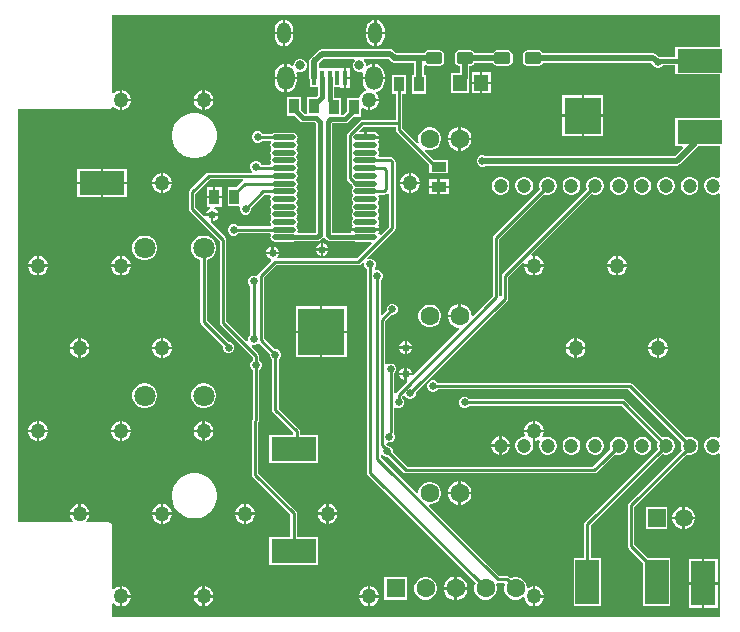
<source format=gbr>
%TF.GenerationSoftware,Altium Limited,Altium Designer,21.6.1 (37)*%
G04 Layer_Physical_Order=2*
G04 Layer_Color=16711680*
%FSLAX43Y43*%
%MOMM*%
%TF.SameCoordinates,1F06128E-DADF-4999-8CD8-60C71D9D28CE*%
%TF.FilePolarity,Positive*%
%TF.FileFunction,Copper,L2,Bot,Signal*%
%TF.Part,Single*%
G01*
G75*
%TA.AperFunction,SMDPad,CuDef*%
%ADD11R,3.100X3.100*%
%ADD13R,1.200X1.400*%
%ADD15R,0.850X1.300*%
%ADD19R,3.930X3.930*%
%ADD20R,1.300X0.850*%
%TA.AperFunction,Conductor*%
%ADD21C,0.254*%
%ADD22C,0.500*%
%TA.AperFunction,ComponentPad*%
%ADD24C,1.200*%
%ADD25C,1.600*%
%ADD26R,1.600X1.600*%
%ADD27R,1.500X1.500*%
%ADD28C,1.500*%
%ADD29C,0.800*%
%ADD30O,1.150X1.800*%
%ADD31O,1.450X2.000*%
%ADD32C,1.800*%
%TA.AperFunction,ViaPad*%
%ADD33C,0.650*%
%ADD34C,0.750*%
%ADD35C,1.270*%
%TA.AperFunction,SMDPad,CuDef*%
%ADD36R,2.030X3.800*%
%ADD37R,3.800X2.030*%
G04:AMPARAMS|DCode=38|XSize=1.4mm|YSize=1mm|CornerRadius=0.2mm|HoleSize=0mm|Usage=FLASHONLY|Rotation=0.000|XOffset=0mm|YOffset=0mm|HoleType=Round|Shape=RoundedRectangle|*
%AMROUNDEDRECTD38*
21,1,1.400,0.600,0,0,0.0*
21,1,1.000,1.000,0,0,0.0*
1,1,0.400,0.500,-0.300*
1,1,0.400,-0.500,-0.300*
1,1,0.400,-0.500,0.300*
1,1,0.400,0.500,0.300*
%
%ADD38ROUNDEDRECTD38*%
%ADD39R,0.450X1.300*%
%ADD40O,2.000X0.450*%
%TA.AperFunction,Conductor*%
%ADD41C,0.381*%
G36*
X59690Y48515D02*
X55950D01*
Y47697D01*
X54723D01*
X54600Y47673D01*
X54595Y47675D01*
X54561D01*
X54373Y47863D01*
X54241Y47952D01*
X54084Y47983D01*
X54084Y47983D01*
X44740D01*
X44735Y48012D01*
X44657Y48127D01*
X44542Y48205D01*
X44405Y48232D01*
X43405D01*
X43268Y48205D01*
X43153Y48127D01*
X43075Y48012D01*
X43048Y47875D01*
Y47275D01*
X43075Y47138D01*
X43153Y47023D01*
X43268Y46945D01*
X43405Y46918D01*
X44405D01*
X44542Y46945D01*
X44657Y47023D01*
X44735Y47138D01*
X44740Y47167D01*
X53916D01*
X54059Y47024D01*
X54097Y46931D01*
X54231Y46797D01*
X54406Y46725D01*
X54595D01*
X54769Y46797D01*
X54903Y46931D01*
X54933Y47003D01*
X55950D01*
Y46185D01*
X59690D01*
Y42465D01*
X55950D01*
Y40135D01*
X56547D01*
X56605Y39996D01*
X55878Y39270D01*
X39866D01*
X39703Y39337D01*
X39515D01*
X39340Y39265D01*
X39206Y39131D01*
X39134Y38956D01*
Y38768D01*
X39206Y38593D01*
X39340Y38459D01*
X39515Y38387D01*
X39703D01*
X39866Y38454D01*
X56047D01*
X56047Y38454D01*
X56203Y38485D01*
X56335Y38574D01*
X57888Y40127D01*
X57888Y40127D01*
X57894Y40135D01*
X59690D01*
Y37479D01*
X59540Y37396D01*
X59439Y37454D01*
X59249Y37505D01*
X59051D01*
X58861Y37454D01*
X58689Y37355D01*
X58550Y37216D01*
X58451Y37044D01*
X58400Y36854D01*
Y36656D01*
X58451Y36466D01*
X58550Y36294D01*
X58689Y36155D01*
X58861Y36056D01*
X59051Y36005D01*
X59249D01*
X59439Y36056D01*
X59540Y36114D01*
X59690Y36031D01*
Y15479D01*
X59540Y15396D01*
X59439Y15454D01*
X59249Y15505D01*
X59051D01*
X58861Y15454D01*
X58689Y15355D01*
X58550Y15216D01*
X58451Y15044D01*
X58400Y14854D01*
Y14656D01*
X58451Y14466D01*
X58550Y14294D01*
X58689Y14155D01*
X58861Y14056D01*
X59051Y14005D01*
X59249D01*
X59439Y14056D01*
X59540Y14114D01*
X59690Y14031D01*
Y255D01*
X8255D01*
Y1352D01*
X8405Y1414D01*
X8487Y1332D01*
X8678Y1222D01*
X8890Y1165D01*
X8900D01*
Y2000D01*
Y2835D01*
X8890D01*
X8678Y2778D01*
X8487Y2668D01*
X8405Y2586D01*
X8255Y2648D01*
Y8000D01*
X8235Y8098D01*
X8180Y8180D01*
X8098Y8235D01*
X8000Y8255D01*
X6148D01*
X6086Y8405D01*
X6168Y8487D01*
X6278Y8678D01*
X6335Y8890D01*
Y8900D01*
X4665D01*
Y8890D01*
X4722Y8678D01*
X4832Y8487D01*
X4914Y8405D01*
X4852Y8255D01*
X255D01*
Y43245D01*
X8000D01*
X8098Y43265D01*
X8180Y43320D01*
X8224Y43385D01*
X8283Y43410D01*
X8393Y43426D01*
X8487Y43332D01*
X8678Y43222D01*
X8890Y43165D01*
X8900D01*
Y44000D01*
Y44835D01*
X8890D01*
X8678Y44778D01*
X8487Y44668D01*
X8405Y44586D01*
X8255Y44648D01*
Y51245D01*
X59690D01*
Y48515D01*
D02*
G37*
%LPC*%
G36*
X30650Y50794D02*
Y49800D01*
X31332D01*
Y50025D01*
X31305Y50227D01*
X31227Y50416D01*
X31103Y50578D01*
X30941Y50702D01*
X30752Y50780D01*
X30650Y50794D01*
D02*
G37*
G36*
X30450D02*
X30348Y50780D01*
X30159Y50702D01*
X29997Y50578D01*
X29873Y50416D01*
X29795Y50227D01*
X29768Y50025D01*
Y49800D01*
X30450D01*
Y50794D01*
D02*
G37*
G36*
X22900D02*
Y49800D01*
X23582D01*
Y50025D01*
X23555Y50227D01*
X23477Y50416D01*
X23353Y50578D01*
X23191Y50702D01*
X23002Y50780D01*
X22900Y50794D01*
D02*
G37*
G36*
X22700D02*
X22598Y50780D01*
X22409Y50702D01*
X22247Y50578D01*
X22123Y50416D01*
X22045Y50227D01*
X22018Y50025D01*
Y49800D01*
X22700D01*
Y50794D01*
D02*
G37*
G36*
X31332Y49600D02*
X30650D01*
Y48606D01*
X30752Y48620D01*
X30941Y48698D01*
X31103Y48822D01*
X31227Y48984D01*
X31305Y49173D01*
X31332Y49375D01*
Y49600D01*
D02*
G37*
G36*
X30450D02*
X29768D01*
Y49375D01*
X29795Y49173D01*
X29873Y48984D01*
X29997Y48822D01*
X30159Y48698D01*
X30348Y48620D01*
X30450Y48606D01*
Y49600D01*
D02*
G37*
G36*
X23582D02*
X22900D01*
Y48606D01*
X23002Y48620D01*
X23191Y48698D01*
X23353Y48822D01*
X23477Y48984D01*
X23555Y49173D01*
X23582Y49375D01*
Y49600D01*
D02*
G37*
G36*
X22700D02*
X22018D01*
Y49375D01*
X22045Y49173D01*
X22123Y48984D01*
X22247Y48822D01*
X22409Y48698D01*
X22598Y48620D01*
X22700Y48606D01*
Y49600D01*
D02*
G37*
G36*
X31819Y48326D02*
X31819Y48326D01*
X25993D01*
X25993Y48326D01*
X25837Y48295D01*
X25705Y48206D01*
X25705Y48206D01*
X25087Y47588D01*
X24998Y47456D01*
X24967Y47300D01*
X24967Y47300D01*
Y45900D01*
X24998Y45744D01*
X25000Y45741D01*
Y45100D01*
X25687D01*
Y44426D01*
X25563Y44302D01*
X25551Y44300D01*
X24775D01*
Y42849D01*
X24567D01*
X24225Y43191D01*
Y44300D01*
X23075D01*
Y42700D01*
X23734D01*
X24178Y42256D01*
X24290Y42181D01*
X24423Y42155D01*
X25405D01*
X25517Y42043D01*
Y34762D01*
X25517Y34762D01*
Y32767D01*
X25497Y32747D01*
X24004D01*
X23924Y32897D01*
X23928Y32904D01*
X23957Y33050D01*
X23928Y33196D01*
X23878Y33271D01*
X23857Y33375D01*
X23878Y33479D01*
X23928Y33554D01*
X23957Y33700D01*
X23928Y33846D01*
X23878Y33921D01*
X23857Y34025D01*
X23878Y34129D01*
X23928Y34204D01*
X23957Y34350D01*
X23928Y34496D01*
X23878Y34571D01*
X23857Y34675D01*
X23878Y34779D01*
X23928Y34854D01*
X23957Y35000D01*
X23928Y35146D01*
X23878Y35221D01*
X23857Y35325D01*
X23878Y35429D01*
X23928Y35504D01*
X23957Y35650D01*
X23928Y35796D01*
X23878Y35871D01*
X23857Y35975D01*
X23878Y36079D01*
X23928Y36154D01*
X23957Y36300D01*
X23928Y36446D01*
X23878Y36521D01*
X23857Y36625D01*
X23878Y36729D01*
X23928Y36804D01*
X23957Y36950D01*
X23928Y37096D01*
X23878Y37171D01*
X23857Y37275D01*
X23878Y37379D01*
X23928Y37454D01*
X23957Y37600D01*
X23928Y37746D01*
X23878Y37821D01*
X23857Y37925D01*
X23878Y38029D01*
X23928Y38104D01*
X23957Y38250D01*
X23928Y38396D01*
X23878Y38471D01*
X23857Y38575D01*
X23878Y38679D01*
X23928Y38754D01*
X23957Y38900D01*
X23928Y39046D01*
X23878Y39121D01*
X23857Y39225D01*
X23878Y39329D01*
X23928Y39404D01*
X23957Y39550D01*
X23928Y39696D01*
X23878Y39771D01*
X23857Y39875D01*
X23878Y39979D01*
X23928Y40054D01*
X23957Y40200D01*
X23928Y40346D01*
X23878Y40421D01*
X23857Y40525D01*
X23878Y40629D01*
X23928Y40704D01*
X23957Y40850D01*
X23928Y40996D01*
X23845Y41120D01*
X23721Y41203D01*
X23575Y41232D01*
X22025D01*
X21879Y41203D01*
X21806Y41154D01*
X20980D01*
X20977Y41163D01*
X20843Y41297D01*
X20668Y41369D01*
X20480D01*
X20305Y41297D01*
X20171Y41163D01*
X20099Y40988D01*
Y40800D01*
X20171Y40625D01*
X20305Y40491D01*
X20480Y40419D01*
X20668D01*
X20843Y40491D01*
X20941Y40590D01*
X21668D01*
X21697Y40549D01*
X21729Y40455D01*
X21722Y40421D01*
X21672Y40346D01*
X21643Y40200D01*
X21672Y40054D01*
X21722Y39979D01*
X21743Y39875D01*
X21722Y39771D01*
X21672Y39696D01*
X21643Y39550D01*
X21672Y39404D01*
X21722Y39329D01*
X21743Y39225D01*
X21722Y39121D01*
X21672Y39046D01*
X21643Y38900D01*
X21672Y38754D01*
X21719Y38682D01*
X21651Y38532D01*
X20896D01*
X20849Y38647D01*
X20716Y38780D01*
X20541Y38852D01*
X20352D01*
X20177Y38780D01*
X20044Y38647D01*
X19972Y38472D01*
Y38283D01*
X20044Y38108D01*
X20120Y38032D01*
X20058Y37882D01*
X16429D01*
X16429Y37882D01*
X16321Y37861D01*
X16229Y37800D01*
X14828Y36398D01*
X14766Y36307D01*
X14745Y36199D01*
X14745Y36199D01*
Y34821D01*
X14745Y34821D01*
X14766Y34713D01*
X14828Y34621D01*
X17371Y32078D01*
Y25152D01*
X17371Y25152D01*
X17392Y25044D01*
X17453Y24953D01*
X20164Y22242D01*
Y21979D01*
X20044Y21859D01*
X19972Y21684D01*
Y21496D01*
X20044Y21321D01*
X20164Y21201D01*
Y17060D01*
X20142Y17037D01*
X20080Y16946D01*
X20059Y16838D01*
X20059Y16838D01*
Y12298D01*
X20059Y12298D01*
X20080Y12190D01*
X20142Y12098D01*
X23340Y8900D01*
Y7007D01*
X21572D01*
Y4677D01*
X25672D01*
Y7007D01*
X23904D01*
Y9017D01*
X23904Y9017D01*
X23883Y9125D01*
X23822Y9217D01*
X20624Y12415D01*
Y16721D01*
X20646Y16743D01*
X20707Y16835D01*
X20729Y16943D01*
Y21201D01*
X20849Y21321D01*
X20922Y21496D01*
Y21684D01*
X20849Y21859D01*
X20729Y21979D01*
Y22359D01*
X20729Y22359D01*
X20707Y22467D01*
X20646Y22559D01*
X20059Y23146D01*
X20124Y23260D01*
X20140Y23277D01*
X20322D01*
X20497Y23350D01*
X20631Y23483D01*
X20648Y23487D01*
X21612Y22523D01*
Y22353D01*
X21684Y22178D01*
X21804Y22058D01*
Y17763D01*
X21804Y17763D01*
X21826Y17655D01*
X21887Y17564D01*
X23594Y15857D01*
Y15643D01*
X21572D01*
Y13313D01*
X25672D01*
Y15643D01*
X24158D01*
Y15974D01*
X24158Y15974D01*
X24137Y16082D01*
X24076Y16174D01*
X22369Y17880D01*
Y22058D01*
X22489Y22178D01*
X22562Y22353D01*
Y22542D01*
X22489Y22716D01*
X22356Y22850D01*
X22181Y22922D01*
X22011D01*
X21112Y23821D01*
Y29004D01*
X22148Y30040D01*
X29107D01*
X29107Y30040D01*
X29215Y30061D01*
X29307Y30123D01*
X29521Y30337D01*
X29648Y30252D01*
X29624Y30193D01*
Y30005D01*
X29696Y29830D01*
X29817Y29710D01*
Y12446D01*
X29817Y12446D01*
X29838Y12338D01*
X29899Y12246D01*
X39036Y3109D01*
X38993Y3034D01*
X38928Y2792D01*
Y2542D01*
X38993Y2300D01*
X39118Y2084D01*
X39295Y1907D01*
X39511Y1782D01*
X39753Y1717D01*
X40003D01*
X40245Y1782D01*
X40461Y1907D01*
X40638Y2084D01*
X40763Y2300D01*
X40828Y2542D01*
Y2792D01*
X40763Y3034D01*
X40760Y3040D01*
X40776Y3072D01*
X40863Y3161D01*
X40934Y3147D01*
X41425D01*
X41469Y3101D01*
X41523Y2997D01*
X41468Y2792D01*
Y2542D01*
X41533Y2300D01*
X41658Y2084D01*
X41835Y1907D01*
X42051Y1782D01*
X42293Y1717D01*
X42543D01*
X42785Y1782D01*
X43001Y1907D01*
X43031Y1937D01*
X43172Y1865D01*
X43222Y1678D01*
X43332Y1487D01*
X43487Y1332D01*
X43678Y1222D01*
X43890Y1165D01*
X43900D01*
Y2000D01*
Y2835D01*
X43890D01*
X43678Y2778D01*
X43518Y2686D01*
X43368Y2740D01*
Y2792D01*
X43303Y3034D01*
X43178Y3250D01*
X43001Y3427D01*
X42785Y3552D01*
X42543Y3617D01*
X42293D01*
X42051Y3552D01*
X41976Y3509D01*
X41856Y3629D01*
X41764Y3690D01*
X41656Y3711D01*
X41656Y3711D01*
X41051D01*
X35116Y9646D01*
X35178Y9796D01*
X35265D01*
X35507Y9861D01*
X35723Y9986D01*
X35900Y10163D01*
X36025Y10380D01*
X36090Y10621D01*
Y10871D01*
X36025Y11113D01*
X35900Y11330D01*
X35723Y11506D01*
X35507Y11631D01*
X35265Y11696D01*
X35015D01*
X34773Y11631D01*
X34557Y11506D01*
X34380Y11330D01*
X34255Y11113D01*
X34190Y10871D01*
Y10785D01*
X34040Y10723D01*
X30983Y13779D01*
Y13963D01*
X31127Y13994D01*
X31133Y13994D01*
X31266Y13861D01*
X31441Y13789D01*
X31611D01*
X32899Y12500D01*
X32991Y12439D01*
X33099Y12418D01*
X33099Y12418D01*
X49095D01*
X49095Y12418D01*
X49203Y12439D01*
X49295Y12500D01*
X49984Y13189D01*
X49984Y13189D01*
X50854Y14060D01*
X50861Y14056D01*
X51051Y14005D01*
X51249D01*
X51439Y14056D01*
X51611Y14155D01*
X51750Y14294D01*
X51849Y14466D01*
X51900Y14656D01*
Y14854D01*
X51849Y15044D01*
X51750Y15216D01*
X51611Y15355D01*
X51439Y15454D01*
X51249Y15505D01*
X51051D01*
X50861Y15454D01*
X50689Y15355D01*
X50550Y15216D01*
X50451Y15044D01*
X50400Y14854D01*
Y14656D01*
X50451Y14466D01*
X50455Y14459D01*
X49584Y13589D01*
X49584Y13589D01*
X48978Y12982D01*
X33216D01*
X32010Y14189D01*
Y14359D01*
X31938Y14533D01*
X31804Y14667D01*
X31629Y14739D01*
X31580D01*
X31475Y14851D01*
X31481Y14917D01*
X31613Y15025D01*
X31801D01*
X31976Y15097D01*
X32110Y15231D01*
X32182Y15406D01*
Y15594D01*
X32110Y15769D01*
X32089Y15790D01*
X32094Y15797D01*
X32115Y15905D01*
Y17944D01*
X32265Y18003D01*
X32418Y17940D01*
X32606D01*
X32781Y18012D01*
X32915Y18146D01*
X32987Y18321D01*
Y18509D01*
X32915Y18684D01*
X32814Y18785D01*
X32817Y18945D01*
X32908Y19026D01*
X33062Y18993D01*
X33097Y18908D01*
X33231Y18774D01*
X33406Y18702D01*
X33595D01*
X33769Y18774D01*
X33903Y18908D01*
X33975Y19083D01*
Y19253D01*
X41706Y26983D01*
X41706Y26983D01*
X41767Y27075D01*
X41788Y27183D01*
X41788Y27183D01*
Y28994D01*
X43048Y30254D01*
X43183Y30176D01*
X43165Y30110D01*
Y30100D01*
X43900D01*
Y30835D01*
X43890D01*
X43824Y30817D01*
X43746Y30952D01*
X48854Y36060D01*
X48861Y36056D01*
X49051Y36005D01*
X49249D01*
X49439Y36056D01*
X49611Y36155D01*
X49750Y36294D01*
X49849Y36466D01*
X49900Y36656D01*
Y36854D01*
X49849Y37044D01*
X49750Y37216D01*
X49611Y37355D01*
X49439Y37454D01*
X49249Y37505D01*
X49051D01*
X48861Y37454D01*
X48689Y37355D01*
X48550Y37216D01*
X48451Y37044D01*
X48400Y36854D01*
Y36656D01*
X48451Y36466D01*
X48455Y36459D01*
X41306Y29311D01*
X41245Y29219D01*
X41224Y29111D01*
X41224Y29111D01*
Y27417D01*
X41198Y27387D01*
X41119Y27406D01*
X41048Y27470D01*
Y32254D01*
X44854Y36060D01*
X44861Y36056D01*
X45051Y36005D01*
X45249D01*
X45439Y36056D01*
X45611Y36155D01*
X45750Y36294D01*
X45849Y36466D01*
X45900Y36656D01*
Y36854D01*
X45849Y37044D01*
X45750Y37216D01*
X45611Y37355D01*
X45439Y37454D01*
X45249Y37505D01*
X45051D01*
X44861Y37454D01*
X44689Y37355D01*
X44550Y37216D01*
X44451Y37044D01*
X44400Y36854D01*
Y36656D01*
X44451Y36466D01*
X44455Y36459D01*
X40566Y32570D01*
X40505Y32479D01*
X40483Y32371D01*
X40483Y32371D01*
Y27426D01*
X38819Y25761D01*
X38680Y25819D01*
Y25878D01*
X38612Y26132D01*
X38480Y26360D01*
X38294Y26546D01*
X38066Y26678D01*
X37812Y26746D01*
X37780D01*
Y25746D01*
X37680D01*
Y25646D01*
X36680D01*
Y25615D01*
X36748Y25360D01*
X36880Y25132D01*
X37066Y24946D01*
X37294Y24814D01*
X37548Y24746D01*
X37608D01*
X37665Y24608D01*
X33763Y20705D01*
X33754Y20707D01*
X33695Y20740D01*
X33199D01*
Y20244D01*
X33232Y20185D01*
X33234Y20176D01*
X32312Y19255D01*
X32265Y19185D01*
X32176Y19189D01*
X32115Y19210D01*
Y20840D01*
X32236Y20960D01*
X32308Y21135D01*
Y21324D01*
X32236Y21498D01*
X32102Y21632D01*
X31927Y21704D01*
X31739D01*
X31564Y21632D01*
X31537Y21605D01*
X31387Y21668D01*
Y25302D01*
X31899Y25814D01*
X32069D01*
X32244Y25886D01*
X32378Y26020D01*
X32450Y26195D01*
Y26383D01*
X32378Y26558D01*
X32244Y26692D01*
X32069Y26764D01*
X31881D01*
X31706Y26692D01*
X31572Y26558D01*
X31500Y26383D01*
Y26213D01*
X31122Y25835D01*
X30983Y25893D01*
Y28746D01*
X31104Y28866D01*
X31176Y29041D01*
Y29229D01*
X31104Y29404D01*
X30970Y29538D01*
X30795Y29610D01*
X30607D01*
X30479Y29720D01*
X30471Y29800D01*
X30502Y29830D01*
X30574Y30005D01*
Y30193D01*
X30502Y30368D01*
X30368Y30502D01*
X30193Y30574D01*
X30005D01*
X29946Y30550D01*
X29861Y30677D01*
X32175Y32990D01*
X32236Y33082D01*
X32257Y33190D01*
X32257Y33190D01*
Y38751D01*
X32236Y38859D01*
X32175Y38951D01*
X32175Y38951D01*
X32026Y39100D01*
X31934Y39161D01*
X31826Y39182D01*
X31826Y39182D01*
X30849D01*
X30781Y39332D01*
X30828Y39404D01*
X30857Y39550D01*
X30828Y39696D01*
X30745Y39820D01*
Y39930D01*
X30828Y40054D01*
X30857Y40200D01*
X30828Y40346D01*
X30745Y40470D01*
X30820Y40601D01*
X30875Y40684D01*
X30888Y40750D01*
X29700D01*
Y40850D01*
X29600D01*
Y41283D01*
X29244D01*
X29186Y41422D01*
X29525Y41760D01*
X32269D01*
Y41502D01*
X32269Y41502D01*
X32290Y41394D01*
X32351Y41302D01*
X35100Y38553D01*
Y37802D01*
X36700D01*
Y38952D01*
X35500D01*
X34737Y39716D01*
X34814Y39850D01*
X35015Y39796D01*
X35265D01*
X35507Y39861D01*
X35723Y39986D01*
X35900Y40163D01*
X36025Y40380D01*
X36090Y40621D01*
Y40871D01*
X36025Y41113D01*
X35900Y41330D01*
X35723Y41506D01*
X35507Y41631D01*
X35265Y41696D01*
X35015D01*
X34773Y41631D01*
X34557Y41506D01*
X34380Y41330D01*
X34255Y41113D01*
X34190Y40871D01*
Y40621D01*
X34244Y40420D01*
X34109Y40343D01*
X32833Y41619D01*
Y42043D01*
Y44539D01*
X33126D01*
Y46139D01*
X31976D01*
Y44539D01*
X32269D01*
Y42325D01*
X29408D01*
X29299Y42303D01*
X29208Y42242D01*
X29208Y42242D01*
X28216Y41250D01*
X28155Y41159D01*
X28133Y41051D01*
X28133Y41051D01*
Y37399D01*
X28133Y37399D01*
X28155Y37291D01*
X28216Y37200D01*
X28517Y36898D01*
X28517Y36898D01*
X28538Y36884D01*
X28560Y36862D01*
X28572Y36804D01*
X28622Y36729D01*
X28643Y36625D01*
X28622Y36521D01*
X28572Y36446D01*
X28543Y36300D01*
X28572Y36154D01*
X28622Y36079D01*
X28643Y35975D01*
X28622Y35871D01*
X28572Y35796D01*
X28543Y35650D01*
X28572Y35504D01*
X28622Y35429D01*
X28643Y35325D01*
X28622Y35221D01*
X28572Y35146D01*
X28543Y35000D01*
X28572Y34854D01*
X28622Y34779D01*
X28643Y34675D01*
X28622Y34571D01*
X28572Y34496D01*
X28543Y34350D01*
X28572Y34204D01*
X28622Y34129D01*
X28643Y34025D01*
X28622Y33921D01*
X28572Y33846D01*
X28543Y33700D01*
X28572Y33554D01*
X28655Y33430D01*
X28580Y33299D01*
X28525Y33216D01*
X28512Y33150D01*
X29700D01*
X30888D01*
X30875Y33216D01*
X30820Y33299D01*
X30745Y33430D01*
X30828Y33554D01*
X30857Y33700D01*
X30828Y33846D01*
X30778Y33921D01*
X30757Y34025D01*
X30778Y34129D01*
X30828Y34204D01*
X30857Y34350D01*
X30828Y34496D01*
X30778Y34571D01*
X30757Y34675D01*
X30778Y34779D01*
X30828Y34854D01*
X30857Y35000D01*
X30828Y35146D01*
X30778Y35221D01*
X30757Y35325D01*
X30778Y35429D01*
X30828Y35504D01*
X30857Y35650D01*
X30828Y35796D01*
X30781Y35868D01*
X30849Y36018D01*
X31281D01*
X31281Y36018D01*
X31389Y36039D01*
X31480Y36100D01*
X31543Y36162D01*
X31693Y36100D01*
Y33307D01*
X31011Y32625D01*
X30844Y32653D01*
X30793Y32755D01*
X30820Y32801D01*
X30875Y32884D01*
X30888Y32950D01*
X29700D01*
X28512D01*
X28522Y32897D01*
X28517Y32860D01*
X28457Y32747D01*
X26862D01*
X26842Y32767D01*
Y35024D01*
X26842Y35024D01*
Y42043D01*
X26862Y42062D01*
X27985D01*
X28117Y42089D01*
X28230Y42164D01*
X28666Y42600D01*
X29325D01*
Y43282D01*
X29475Y43344D01*
X29487Y43332D01*
X29678Y43222D01*
X29890Y43165D01*
X29900D01*
Y44000D01*
X30000D01*
Y44100D01*
X30835D01*
Y44110D01*
X30778Y44322D01*
X30668Y44513D01*
X30612Y44569D01*
X30630Y44662D01*
X30661Y44732D01*
X30866Y44817D01*
X31060Y44965D01*
X31208Y45159D01*
X31301Y45384D01*
X31333Y45625D01*
Y45800D01*
X29467D01*
Y45625D01*
X29499Y45384D01*
X29592Y45159D01*
X29740Y44965D01*
X29755Y44954D01*
X29722Y44790D01*
X29678Y44778D01*
X29487Y44668D01*
X29332Y44513D01*
X29222Y44322D01*
X29189Y44200D01*
X28175D01*
Y43091D01*
X27841Y42757D01*
X27625D01*
Y44200D01*
X27013D01*
Y45100D01*
X27550D01*
Y45050D01*
X27875D01*
Y45900D01*
Y46750D01*
X27550D01*
Y46700D01*
X25783D01*
Y47131D01*
X26162Y47510D01*
X28745D01*
X28807Y47360D01*
X28709Y47262D01*
X28625Y47059D01*
Y46841D01*
X28709Y46638D01*
X28863Y46484D01*
X29066Y46400D01*
X29284D01*
X29349Y46427D01*
X29486Y46321D01*
X29467Y46175D01*
Y46000D01*
X30300D01*
Y47095D01*
X30159Y47076D01*
X29934Y46983D01*
X29875Y46938D01*
X29725Y47012D01*
Y47059D01*
X29641Y47262D01*
X29543Y47360D01*
X29605Y47510D01*
X31650D01*
X31773Y47387D01*
X31824Y47312D01*
X31956Y47223D01*
X32112Y47192D01*
X33843D01*
Y46139D01*
X33676D01*
Y44539D01*
X34826D01*
Y46139D01*
X34659D01*
Y46914D01*
X34809Y46985D01*
X34868Y46945D01*
X35005Y46918D01*
X36005D01*
X36142Y46945D01*
X36257Y47023D01*
X36335Y47138D01*
X36362Y47275D01*
Y47875D01*
X36335Y48012D01*
X36257Y48127D01*
X36142Y48205D01*
X36005Y48232D01*
X35005D01*
X34868Y48205D01*
X34753Y48127D01*
X34675Y48012D01*
X34675Y48008D01*
X32306D01*
X32107Y48206D01*
X31975Y48295D01*
X31949Y48300D01*
X31819Y48326D01*
D02*
G37*
G36*
X41805Y48232D02*
X40805D01*
X40668Y48205D01*
X40553Y48127D01*
X40475Y48012D01*
X40470Y47983D01*
X38940D01*
X38935Y48012D01*
X38857Y48127D01*
X38742Y48205D01*
X38605Y48232D01*
X37605D01*
X37468Y48205D01*
X37353Y48127D01*
X37275Y48012D01*
X37248Y47875D01*
Y47275D01*
X37275Y47138D01*
X37353Y47023D01*
X37468Y46945D01*
X37605Y46918D01*
X37697D01*
Y46325D01*
X36946D01*
Y44625D01*
X38446D01*
Y45715D01*
X38482Y45769D01*
X38513Y45925D01*
Y46918D01*
X38605D01*
X38742Y46945D01*
X38857Y47023D01*
X38935Y47138D01*
X38940Y47167D01*
X40470D01*
X40475Y47138D01*
X40553Y47023D01*
X40668Y46945D01*
X40805Y46918D01*
X41805D01*
X41942Y46945D01*
X42057Y47023D01*
X42135Y47138D01*
X42162Y47275D01*
Y47875D01*
X42135Y48012D01*
X42057Y48127D01*
X41942Y48205D01*
X41805Y48232D01*
D02*
G37*
G36*
X24284Y47500D02*
X24066D01*
X23863Y47416D01*
X23709Y47262D01*
X23625Y47059D01*
Y47012D01*
X23475Y46938D01*
X23416Y46983D01*
X23191Y47076D01*
X23050Y47095D01*
Y46000D01*
X23883D01*
Y46175D01*
X23864Y46321D01*
X24001Y46427D01*
X24066Y46400D01*
X24284D01*
X24487Y46484D01*
X24641Y46638D01*
X24725Y46841D01*
Y47059D01*
X24641Y47262D01*
X24487Y47416D01*
X24284Y47500D01*
D02*
G37*
G36*
X30500Y47095D02*
Y46000D01*
X31333D01*
Y46175D01*
X31301Y46416D01*
X31208Y46641D01*
X31060Y46835D01*
X30866Y46983D01*
X30641Y47076D01*
X30500Y47095D01*
D02*
G37*
G36*
X28400Y46750D02*
X28075D01*
Y46000D01*
X28400D01*
Y46750D01*
D02*
G37*
G36*
X22850Y47095D02*
X22709Y47076D01*
X22484Y46983D01*
X22290Y46835D01*
X22142Y46641D01*
X22049Y46416D01*
X22017Y46175D01*
Y46000D01*
X22850D01*
Y47095D01*
D02*
G37*
G36*
X40296Y46375D02*
X39596D01*
Y45575D01*
X40296D01*
Y46375D01*
D02*
G37*
G36*
X39396D02*
X38696D01*
Y45575D01*
X39396D01*
Y46375D01*
D02*
G37*
G36*
X28400Y45800D02*
X28075D01*
Y45050D01*
X28400D01*
Y45800D01*
D02*
G37*
G36*
X23883D02*
X23050D01*
Y44705D01*
X23191Y44724D01*
X23416Y44817D01*
X23610Y44965D01*
X23758Y45159D01*
X23851Y45384D01*
X23883Y45625D01*
Y45800D01*
D02*
G37*
G36*
X22850D02*
X22017D01*
Y45625D01*
X22049Y45384D01*
X22142Y45159D01*
X22290Y44965D01*
X22484Y44817D01*
X22709Y44724D01*
X22850Y44705D01*
Y45800D01*
D02*
G37*
G36*
X40296Y45375D02*
X39596D01*
Y44575D01*
X40296D01*
Y45375D01*
D02*
G37*
G36*
X39396D02*
X38696D01*
Y44575D01*
X39396D01*
Y45375D01*
D02*
G37*
G36*
X16110Y44835D02*
X16100D01*
Y44100D01*
X16835D01*
Y44110D01*
X16778Y44322D01*
X16668Y44513D01*
X16513Y44668D01*
X16322Y44778D01*
X16110Y44835D01*
D02*
G37*
G36*
X15900D02*
X15890D01*
X15678Y44778D01*
X15487Y44668D01*
X15332Y44513D01*
X15222Y44322D01*
X15165Y44110D01*
Y44100D01*
X15900D01*
Y44835D01*
D02*
G37*
G36*
X9110D02*
X9100D01*
Y44100D01*
X9835D01*
Y44110D01*
X9778Y44322D01*
X9668Y44513D01*
X9513Y44668D01*
X9322Y44778D01*
X9110Y44835D01*
D02*
G37*
G36*
X30835Y43900D02*
X30100D01*
Y43165D01*
X30110D01*
X30322Y43222D01*
X30513Y43332D01*
X30668Y43487D01*
X30778Y43678D01*
X30835Y43890D01*
Y43900D01*
D02*
G37*
G36*
X16835D02*
X16100D01*
Y43165D01*
X16110D01*
X16322Y43222D01*
X16513Y43332D01*
X16668Y43487D01*
X16778Y43678D01*
X16835Y43890D01*
Y43900D01*
D02*
G37*
G36*
X15900D02*
X15165D01*
Y43890D01*
X15222Y43678D01*
X15332Y43487D01*
X15487Y43332D01*
X15678Y43222D01*
X15890Y43165D01*
X15900D01*
Y43900D01*
D02*
G37*
G36*
X9835D02*
X9100D01*
Y43165D01*
X9110D01*
X9322Y43222D01*
X9513Y43332D01*
X9668Y43487D01*
X9778Y43678D01*
X9835Y43890D01*
Y43900D01*
D02*
G37*
G36*
X49850Y44450D02*
X48200D01*
Y42800D01*
X49850D01*
Y44450D01*
D02*
G37*
G36*
X48000D02*
X46350D01*
Y42800D01*
X48000D01*
Y44450D01*
D02*
G37*
G36*
X49850Y42600D02*
X48200D01*
Y40950D01*
X49850D01*
Y42600D01*
D02*
G37*
G36*
X48000D02*
X46350D01*
Y40950D01*
X48000D01*
Y42600D01*
D02*
G37*
G36*
X30475Y41283D02*
X29800D01*
Y40950D01*
X30888D01*
X30875Y41016D01*
X30781Y41156D01*
X30641Y41250D01*
X30475Y41283D01*
D02*
G37*
G36*
X37812Y41746D02*
X37780D01*
Y40846D01*
X38680D01*
Y40878D01*
X38612Y41132D01*
X38480Y41360D01*
X38294Y41546D01*
X38066Y41678D01*
X37812Y41746D01*
D02*
G37*
G36*
X37580D02*
X37548D01*
X37294Y41678D01*
X37066Y41546D01*
X36880Y41360D01*
X36748Y41132D01*
X36680Y40878D01*
Y40846D01*
X37580D01*
Y41746D01*
D02*
G37*
G36*
X38680Y40646D02*
X37780D01*
Y39746D01*
X37812D01*
X38066Y39814D01*
X38294Y39946D01*
X38480Y40132D01*
X38612Y40360D01*
X38680Y40615D01*
Y40646D01*
D02*
G37*
G36*
X37580D02*
X36680D01*
Y40615D01*
X36748Y40360D01*
X36880Y40132D01*
X37066Y39946D01*
X37294Y39814D01*
X37548Y39746D01*
X37580D01*
Y40646D01*
D02*
G37*
G36*
X15403Y42915D02*
X15027D01*
X14659Y42842D01*
X14313Y42698D01*
X14001Y42490D01*
X13735Y42224D01*
X13527Y41912D01*
X13383Y41566D01*
X13310Y41198D01*
Y40822D01*
X13383Y40454D01*
X13527Y40108D01*
X13735Y39796D01*
X14001Y39530D01*
X14313Y39322D01*
X14659Y39178D01*
X15027Y39105D01*
X15403D01*
X15771Y39178D01*
X16117Y39322D01*
X16429Y39530D01*
X16695Y39796D01*
X16903Y40108D01*
X17047Y40454D01*
X17120Y40822D01*
Y41198D01*
X17047Y41566D01*
X16903Y41912D01*
X16695Y42224D01*
X16429Y42490D01*
X16117Y42698D01*
X15771Y42842D01*
X15403Y42915D01*
D02*
G37*
G36*
X33610Y37835D02*
X33600D01*
Y37100D01*
X34335D01*
Y37110D01*
X34278Y37322D01*
X34168Y37513D01*
X34013Y37668D01*
X33822Y37778D01*
X33610Y37835D01*
D02*
G37*
G36*
X33400D02*
X33390D01*
X33178Y37778D01*
X32987Y37668D01*
X32832Y37513D01*
X32722Y37322D01*
X32665Y37110D01*
Y37100D01*
X33400D01*
Y37835D01*
D02*
G37*
G36*
X12610D02*
X12600D01*
Y37100D01*
X13335D01*
Y37110D01*
X13278Y37322D01*
X13168Y37513D01*
X13013Y37668D01*
X12822Y37778D01*
X12610Y37835D01*
D02*
G37*
G36*
X12400D02*
X12390D01*
X12178Y37778D01*
X11987Y37668D01*
X11832Y37513D01*
X11722Y37322D01*
X11665Y37110D01*
Y37100D01*
X12400D01*
Y37835D01*
D02*
G37*
G36*
X9500Y38215D02*
X7500D01*
Y37100D01*
X9500D01*
Y38215D01*
D02*
G37*
G36*
X7300D02*
X5300D01*
Y37100D01*
X7300D01*
Y38215D01*
D02*
G37*
G36*
X36750Y37302D02*
X36000D01*
Y36777D01*
X36750D01*
Y37302D01*
D02*
G37*
G36*
X35800D02*
X35050D01*
Y36777D01*
X35800D01*
Y37302D01*
D02*
G37*
G36*
X34335Y36900D02*
X33600D01*
Y36165D01*
X33610D01*
X33822Y36222D01*
X34013Y36332D01*
X34168Y36487D01*
X34278Y36678D01*
X34335Y36890D01*
Y36900D01*
D02*
G37*
G36*
X33400D02*
X32665D01*
Y36890D01*
X32722Y36678D01*
X32832Y36487D01*
X32987Y36332D01*
X33178Y36222D01*
X33390Y36165D01*
X33400D01*
Y36900D01*
D02*
G37*
G36*
X13335D02*
X12600D01*
Y36165D01*
X12610D01*
X12822Y36222D01*
X13013Y36332D01*
X13168Y36487D01*
X13278Y36678D01*
X13335Y36890D01*
Y36900D01*
D02*
G37*
G36*
X12400D02*
X11665D01*
Y36890D01*
X11722Y36678D01*
X11832Y36487D01*
X11987Y36332D01*
X12178Y36222D01*
X12390Y36165D01*
X12400D01*
Y36900D01*
D02*
G37*
G36*
X36750Y36577D02*
X36000D01*
Y36052D01*
X36750D01*
Y36577D01*
D02*
G37*
G36*
X35800D02*
X35050D01*
Y36052D01*
X35800D01*
Y36577D01*
D02*
G37*
G36*
X57249Y37505D02*
X57051D01*
X56861Y37454D01*
X56689Y37355D01*
X56550Y37216D01*
X56451Y37044D01*
X56400Y36854D01*
Y36656D01*
X56451Y36466D01*
X56550Y36294D01*
X56689Y36155D01*
X56861Y36056D01*
X57051Y36005D01*
X57249D01*
X57439Y36056D01*
X57611Y36155D01*
X57750Y36294D01*
X57849Y36466D01*
X57900Y36656D01*
Y36854D01*
X57849Y37044D01*
X57750Y37216D01*
X57611Y37355D01*
X57439Y37454D01*
X57249Y37505D01*
D02*
G37*
G36*
X55249D02*
X55051D01*
X54861Y37454D01*
X54689Y37355D01*
X54550Y37216D01*
X54451Y37044D01*
X54400Y36854D01*
Y36656D01*
X54451Y36466D01*
X54550Y36294D01*
X54689Y36155D01*
X54861Y36056D01*
X55051Y36005D01*
X55249D01*
X55439Y36056D01*
X55611Y36155D01*
X55750Y36294D01*
X55849Y36466D01*
X55900Y36656D01*
Y36854D01*
X55849Y37044D01*
X55750Y37216D01*
X55611Y37355D01*
X55439Y37454D01*
X55249Y37505D01*
D02*
G37*
G36*
X53249D02*
X53051D01*
X52861Y37454D01*
X52689Y37355D01*
X52550Y37216D01*
X52451Y37044D01*
X52400Y36854D01*
Y36656D01*
X52451Y36466D01*
X52550Y36294D01*
X52689Y36155D01*
X52861Y36056D01*
X53051Y36005D01*
X53249D01*
X53439Y36056D01*
X53611Y36155D01*
X53750Y36294D01*
X53849Y36466D01*
X53900Y36656D01*
Y36854D01*
X53849Y37044D01*
X53750Y37216D01*
X53611Y37355D01*
X53439Y37454D01*
X53249Y37505D01*
D02*
G37*
G36*
X51249D02*
X51051D01*
X50861Y37454D01*
X50689Y37355D01*
X50550Y37216D01*
X50451Y37044D01*
X50400Y36854D01*
Y36656D01*
X50451Y36466D01*
X50550Y36294D01*
X50689Y36155D01*
X50861Y36056D01*
X51051Y36005D01*
X51249D01*
X51439Y36056D01*
X51611Y36155D01*
X51750Y36294D01*
X51849Y36466D01*
X51900Y36656D01*
Y36854D01*
X51849Y37044D01*
X51750Y37216D01*
X51611Y37355D01*
X51439Y37454D01*
X51249Y37505D01*
D02*
G37*
G36*
X47249D02*
X47051D01*
X46861Y37454D01*
X46689Y37355D01*
X46550Y37216D01*
X46451Y37044D01*
X46400Y36854D01*
Y36656D01*
X46451Y36466D01*
X46550Y36294D01*
X46689Y36155D01*
X46861Y36056D01*
X47051Y36005D01*
X47249D01*
X47439Y36056D01*
X47611Y36155D01*
X47750Y36294D01*
X47849Y36466D01*
X47900Y36656D01*
Y36854D01*
X47849Y37044D01*
X47750Y37216D01*
X47611Y37355D01*
X47439Y37454D01*
X47249Y37505D01*
D02*
G37*
G36*
X43249D02*
X43051D01*
X42861Y37454D01*
X42689Y37355D01*
X42550Y37216D01*
X42451Y37044D01*
X42400Y36854D01*
Y36656D01*
X42451Y36466D01*
X42550Y36294D01*
X42689Y36155D01*
X42861Y36056D01*
X43051Y36005D01*
X43249D01*
X43439Y36056D01*
X43611Y36155D01*
X43750Y36294D01*
X43849Y36466D01*
X43900Y36656D01*
Y36854D01*
X43849Y37044D01*
X43750Y37216D01*
X43611Y37355D01*
X43439Y37454D01*
X43249Y37505D01*
D02*
G37*
G36*
X41249D02*
X41051D01*
X40861Y37454D01*
X40689Y37355D01*
X40550Y37216D01*
X40451Y37044D01*
X40400Y36854D01*
Y36656D01*
X40451Y36466D01*
X40550Y36294D01*
X40689Y36155D01*
X40861Y36056D01*
X41051Y36005D01*
X41249D01*
X41439Y36056D01*
X41611Y36155D01*
X41750Y36294D01*
X41849Y36466D01*
X41900Y36656D01*
Y36854D01*
X41849Y37044D01*
X41750Y37216D01*
X41611Y37355D01*
X41439Y37454D01*
X41249Y37505D01*
D02*
G37*
G36*
X9500Y36900D02*
X7500D01*
Y35785D01*
X9500D01*
Y36900D01*
D02*
G37*
G36*
X7300D02*
X5300D01*
Y35785D01*
X7300D01*
Y36900D01*
D02*
G37*
G36*
X11148Y32546D02*
X10872D01*
X10605Y32475D01*
X10365Y32336D01*
X10170Y32141D01*
X10032Y31902D01*
X9960Y31634D01*
Y31358D01*
X10032Y31091D01*
X10170Y30852D01*
X10365Y30656D01*
X10605Y30518D01*
X10872Y30446D01*
X11148D01*
X11415Y30518D01*
X11655Y30656D01*
X11850Y30852D01*
X11988Y31091D01*
X12060Y31358D01*
Y31634D01*
X11988Y31902D01*
X11850Y32141D01*
X11655Y32336D01*
X11415Y32475D01*
X11148Y32546D01*
D02*
G37*
G36*
X51110Y30835D02*
X51100D01*
Y30100D01*
X51835D01*
Y30110D01*
X51778Y30322D01*
X51668Y30513D01*
X51513Y30668D01*
X51322Y30778D01*
X51110Y30835D01*
D02*
G37*
G36*
X50900D02*
X50890D01*
X50678Y30778D01*
X50487Y30668D01*
X50332Y30513D01*
X50222Y30322D01*
X50165Y30110D01*
Y30100D01*
X50900D01*
Y30835D01*
D02*
G37*
G36*
X44110D02*
X44100D01*
Y30100D01*
X44835D01*
Y30110D01*
X44778Y30322D01*
X44668Y30513D01*
X44513Y30668D01*
X44322Y30778D01*
X44110Y30835D01*
D02*
G37*
G36*
X9110D02*
X9100D01*
Y30100D01*
X9835D01*
Y30110D01*
X9778Y30322D01*
X9668Y30513D01*
X9513Y30668D01*
X9322Y30778D01*
X9110Y30835D01*
D02*
G37*
G36*
X8900D02*
X8890D01*
X8678Y30778D01*
X8487Y30668D01*
X8332Y30513D01*
X8222Y30322D01*
X8165Y30110D01*
Y30100D01*
X8900D01*
Y30835D01*
D02*
G37*
G36*
X2110D02*
X2100D01*
Y30100D01*
X2835D01*
Y30110D01*
X2778Y30322D01*
X2668Y30513D01*
X2513Y30668D01*
X2322Y30778D01*
X2110Y30835D01*
D02*
G37*
G36*
X1900D02*
X1890D01*
X1678Y30778D01*
X1487Y30668D01*
X1332Y30513D01*
X1222Y30322D01*
X1165Y30110D01*
Y30100D01*
X1900D01*
Y30835D01*
D02*
G37*
G36*
X51835Y29900D02*
X51100D01*
Y29165D01*
X51110D01*
X51322Y29222D01*
X51513Y29332D01*
X51668Y29487D01*
X51778Y29678D01*
X51835Y29890D01*
Y29900D01*
D02*
G37*
G36*
X50900D02*
X50165D01*
Y29890D01*
X50222Y29678D01*
X50332Y29487D01*
X50487Y29332D01*
X50678Y29222D01*
X50890Y29165D01*
X50900D01*
Y29900D01*
D02*
G37*
G36*
X44835D02*
X44100D01*
Y29165D01*
X44110D01*
X44322Y29222D01*
X44513Y29332D01*
X44668Y29487D01*
X44778Y29678D01*
X44835Y29890D01*
Y29900D01*
D02*
G37*
G36*
X43900D02*
X43165D01*
Y29890D01*
X43222Y29678D01*
X43332Y29487D01*
X43487Y29332D01*
X43678Y29222D01*
X43890Y29165D01*
X43900D01*
Y29900D01*
D02*
G37*
G36*
X9835D02*
X9100D01*
Y29165D01*
X9110D01*
X9322Y29222D01*
X9513Y29332D01*
X9668Y29487D01*
X9778Y29678D01*
X9835Y29890D01*
Y29900D01*
D02*
G37*
G36*
X8900D02*
X8165D01*
Y29890D01*
X8222Y29678D01*
X8332Y29487D01*
X8487Y29332D01*
X8678Y29222D01*
X8890Y29165D01*
X8900D01*
Y29900D01*
D02*
G37*
G36*
X2835D02*
X2100D01*
Y29165D01*
X2110D01*
X2322Y29222D01*
X2513Y29332D01*
X2668Y29487D01*
X2778Y29678D01*
X2835Y29890D01*
Y29900D01*
D02*
G37*
G36*
X1900D02*
X1165D01*
Y29890D01*
X1222Y29678D01*
X1332Y29487D01*
X1487Y29332D01*
X1678Y29222D01*
X1890Y29165D01*
X1900D01*
Y29900D01*
D02*
G37*
G36*
X37580Y26746D02*
X37548D01*
X37294Y26678D01*
X37066Y26546D01*
X36880Y26360D01*
X36748Y26132D01*
X36680Y25878D01*
Y25846D01*
X37580D01*
Y26746D01*
D02*
G37*
G36*
X35265Y26696D02*
X35015D01*
X34773Y26631D01*
X34557Y26506D01*
X34380Y26330D01*
X34255Y26113D01*
X34190Y25871D01*
Y25621D01*
X34255Y25380D01*
X34380Y25163D01*
X34557Y24986D01*
X34773Y24861D01*
X35015Y24796D01*
X35265D01*
X35507Y24861D01*
X35723Y24986D01*
X35900Y25163D01*
X36025Y25380D01*
X36090Y25621D01*
Y25871D01*
X36025Y26113D01*
X35900Y26330D01*
X35723Y26506D01*
X35507Y26631D01*
X35265Y26696D01*
D02*
G37*
G36*
X28117Y26567D02*
X26052D01*
Y24502D01*
X28117D01*
Y26567D01*
D02*
G37*
G36*
X25852D02*
X23787D01*
Y24502D01*
X25852D01*
Y26567D01*
D02*
G37*
G36*
X33215Y23587D02*
X33211D01*
Y23162D01*
X33636D01*
Y23167D01*
X33556Y23360D01*
X33408Y23507D01*
X33215Y23587D01*
D02*
G37*
G36*
X33011D02*
X33006D01*
X32813Y23507D01*
X32666Y23360D01*
X32586Y23167D01*
Y23162D01*
X33011D01*
Y23587D01*
D02*
G37*
G36*
X54610Y23835D02*
X54600D01*
Y23100D01*
X55335D01*
Y23110D01*
X55278Y23322D01*
X55168Y23513D01*
X55013Y23668D01*
X54822Y23778D01*
X54610Y23835D01*
D02*
G37*
G36*
X54400D02*
X54390D01*
X54178Y23778D01*
X53987Y23668D01*
X53832Y23513D01*
X53722Y23322D01*
X53665Y23110D01*
Y23100D01*
X54400D01*
Y23835D01*
D02*
G37*
G36*
X47610D02*
X47600D01*
Y23100D01*
X48335D01*
Y23110D01*
X48278Y23322D01*
X48168Y23513D01*
X48013Y23668D01*
X47822Y23778D01*
X47610Y23835D01*
D02*
G37*
G36*
X47400D02*
X47390D01*
X47178Y23778D01*
X46987Y23668D01*
X46832Y23513D01*
X46722Y23322D01*
X46665Y23110D01*
Y23100D01*
X47400D01*
Y23835D01*
D02*
G37*
G36*
X12610D02*
X12600D01*
Y23100D01*
X13335D01*
Y23110D01*
X13278Y23322D01*
X13168Y23513D01*
X13013Y23668D01*
X12822Y23778D01*
X12610Y23835D01*
D02*
G37*
G36*
X12400D02*
X12390D01*
X12178Y23778D01*
X11987Y23668D01*
X11832Y23513D01*
X11722Y23322D01*
X11665Y23110D01*
Y23100D01*
X12400D01*
Y23835D01*
D02*
G37*
G36*
X5610D02*
X5600D01*
Y23100D01*
X6335D01*
Y23110D01*
X6278Y23322D01*
X6168Y23513D01*
X6013Y23668D01*
X5822Y23778D01*
X5610Y23835D01*
D02*
G37*
G36*
X5400D02*
X5390D01*
X5178Y23778D01*
X4987Y23668D01*
X4832Y23513D01*
X4722Y23322D01*
X4665Y23110D01*
Y23100D01*
X5400D01*
Y23835D01*
D02*
G37*
G36*
X16148Y32546D02*
X15872D01*
X15605Y32475D01*
X15365Y32336D01*
X15170Y32141D01*
X15032Y31902D01*
X14960Y31634D01*
Y31358D01*
X15032Y31091D01*
X15170Y30852D01*
X15365Y30656D01*
X15605Y30518D01*
X15728Y30485D01*
Y25251D01*
X15728Y25251D01*
X15749Y25143D01*
X15810Y25052D01*
X17665Y23197D01*
X17648Y23157D01*
Y22968D01*
X17720Y22793D01*
X17854Y22660D01*
X18028Y22587D01*
X18217D01*
X18392Y22660D01*
X18526Y22793D01*
X18598Y22968D01*
Y23157D01*
X18526Y23331D01*
X18392Y23465D01*
X18217Y23537D01*
X18123D01*
X16292Y25368D01*
Y30485D01*
X16415Y30518D01*
X16655Y30656D01*
X16850Y30852D01*
X16988Y31091D01*
X17060Y31358D01*
Y31634D01*
X16988Y31902D01*
X16850Y32141D01*
X16655Y32336D01*
X16415Y32475D01*
X16148Y32546D01*
D02*
G37*
G36*
X33636Y22962D02*
X33211D01*
Y22537D01*
X33215D01*
X33408Y22617D01*
X33556Y22765D01*
X33636Y22958D01*
Y22962D01*
D02*
G37*
G36*
X33011D02*
X32586D01*
Y22958D01*
X32666Y22765D01*
X32813Y22617D01*
X33006Y22537D01*
X33011D01*
Y22962D01*
D02*
G37*
G36*
X28117Y24302D02*
X26052D01*
Y22237D01*
X28117D01*
Y24302D01*
D02*
G37*
G36*
X25852D02*
X23787D01*
Y22237D01*
X25852D01*
Y24302D01*
D02*
G37*
G36*
X55335Y22900D02*
X54600D01*
Y22165D01*
X54610D01*
X54822Y22222D01*
X55013Y22332D01*
X55168Y22487D01*
X55278Y22678D01*
X55335Y22890D01*
Y22900D01*
D02*
G37*
G36*
X54400D02*
X53665D01*
Y22890D01*
X53722Y22678D01*
X53832Y22487D01*
X53987Y22332D01*
X54178Y22222D01*
X54390Y22165D01*
X54400D01*
Y22900D01*
D02*
G37*
G36*
X48335D02*
X47600D01*
Y22165D01*
X47610D01*
X47822Y22222D01*
X48013Y22332D01*
X48168Y22487D01*
X48278Y22678D01*
X48335Y22890D01*
Y22900D01*
D02*
G37*
G36*
X47400D02*
X46665D01*
Y22890D01*
X46722Y22678D01*
X46832Y22487D01*
X46987Y22332D01*
X47178Y22222D01*
X47390Y22165D01*
X47400D01*
Y22900D01*
D02*
G37*
G36*
X13335D02*
X12600D01*
Y22165D01*
X12610D01*
X12822Y22222D01*
X13013Y22332D01*
X13168Y22487D01*
X13278Y22678D01*
X13335Y22890D01*
Y22900D01*
D02*
G37*
G36*
X12400D02*
X11665D01*
Y22890D01*
X11722Y22678D01*
X11832Y22487D01*
X11987Y22332D01*
X12178Y22222D01*
X12390Y22165D01*
X12400D01*
Y22900D01*
D02*
G37*
G36*
X6335D02*
X5600D01*
Y22165D01*
X5610D01*
X5822Y22222D01*
X6013Y22332D01*
X6168Y22487D01*
X6278Y22678D01*
X6335Y22890D01*
Y22900D01*
D02*
G37*
G36*
X5400D02*
X4665D01*
Y22890D01*
X4722Y22678D01*
X4832Y22487D01*
X4987Y22332D01*
X5178Y22222D01*
X5390Y22165D01*
X5400D01*
Y22900D01*
D02*
G37*
G36*
X33204Y21365D02*
X33199D01*
Y20940D01*
X33624D01*
Y20944D01*
X33544Y21137D01*
X33397Y21285D01*
X33204Y21365D01*
D02*
G37*
G36*
X32999D02*
X32995D01*
X32802Y21285D01*
X32654Y21137D01*
X32574Y20944D01*
Y20940D01*
X32999D01*
Y21365D01*
D02*
G37*
G36*
Y20740D02*
X32574D01*
Y20735D01*
X32654Y20543D01*
X32802Y20395D01*
X32995Y20315D01*
X32999D01*
Y20740D01*
D02*
G37*
G36*
X16148Y20046D02*
X15872D01*
X15605Y19975D01*
X15365Y19836D01*
X15170Y19641D01*
X15032Y19402D01*
X14960Y19134D01*
Y18858D01*
X15032Y18591D01*
X15170Y18352D01*
X15365Y18156D01*
X15605Y18018D01*
X15872Y17946D01*
X16148D01*
X16415Y18018D01*
X16655Y18156D01*
X16850Y18352D01*
X16988Y18591D01*
X17060Y18858D01*
Y19134D01*
X16988Y19402D01*
X16850Y19641D01*
X16655Y19836D01*
X16415Y19975D01*
X16148Y20046D01*
D02*
G37*
G36*
X11148D02*
X10872D01*
X10605Y19975D01*
X10365Y19836D01*
X10170Y19641D01*
X10032Y19402D01*
X9960Y19134D01*
Y18858D01*
X10032Y18591D01*
X10170Y18352D01*
X10365Y18156D01*
X10605Y18018D01*
X10872Y17946D01*
X11148D01*
X11415Y18018D01*
X11655Y18156D01*
X11850Y18352D01*
X11988Y18591D01*
X12060Y18858D01*
Y19134D01*
X11988Y19402D01*
X11850Y19641D01*
X11655Y19836D01*
X11415Y19975D01*
X11148Y20046D01*
D02*
G37*
G36*
X44110Y16835D02*
X44100D01*
Y16100D01*
X44835D01*
Y16110D01*
X44778Y16322D01*
X44668Y16513D01*
X44513Y16668D01*
X44322Y16778D01*
X44110Y16835D01*
D02*
G37*
G36*
X43900D02*
X43890D01*
X43678Y16778D01*
X43487Y16668D01*
X43332Y16513D01*
X43222Y16322D01*
X43165Y16110D01*
Y16100D01*
X43900D01*
Y16835D01*
D02*
G37*
G36*
X16110D02*
X16100D01*
Y16100D01*
X16835D01*
Y16110D01*
X16778Y16322D01*
X16668Y16513D01*
X16513Y16668D01*
X16322Y16778D01*
X16110Y16835D01*
D02*
G37*
G36*
X15900D02*
X15890D01*
X15678Y16778D01*
X15487Y16668D01*
X15332Y16513D01*
X15222Y16322D01*
X15165Y16110D01*
Y16100D01*
X15900D01*
Y16835D01*
D02*
G37*
G36*
X9110D02*
X9100D01*
Y16100D01*
X9835D01*
Y16110D01*
X9778Y16322D01*
X9668Y16513D01*
X9513Y16668D01*
X9322Y16778D01*
X9110Y16835D01*
D02*
G37*
G36*
X8900D02*
X8890D01*
X8678Y16778D01*
X8487Y16668D01*
X8332Y16513D01*
X8222Y16322D01*
X8165Y16110D01*
Y16100D01*
X8900D01*
Y16835D01*
D02*
G37*
G36*
X2110D02*
X2100D01*
Y16100D01*
X2835D01*
Y16110D01*
X2778Y16322D01*
X2668Y16513D01*
X2513Y16668D01*
X2322Y16778D01*
X2110Y16835D01*
D02*
G37*
G36*
X1900D02*
X1890D01*
X1678Y16778D01*
X1487Y16668D01*
X1332Y16513D01*
X1222Y16322D01*
X1165Y16110D01*
Y16100D01*
X1900D01*
Y16835D01*
D02*
G37*
G36*
X16835Y15900D02*
X16100D01*
Y15165D01*
X16110D01*
X16322Y15222D01*
X16513Y15332D01*
X16668Y15487D01*
X16778Y15678D01*
X16835Y15890D01*
Y15900D01*
D02*
G37*
G36*
X15900D02*
X15165D01*
Y15890D01*
X15222Y15678D01*
X15332Y15487D01*
X15487Y15332D01*
X15678Y15222D01*
X15890Y15165D01*
X15900D01*
Y15900D01*
D02*
G37*
G36*
X9835D02*
X9100D01*
Y15165D01*
X9110D01*
X9322Y15222D01*
X9513Y15332D01*
X9668Y15487D01*
X9778Y15678D01*
X9835Y15890D01*
Y15900D01*
D02*
G37*
G36*
X8900D02*
X8165D01*
Y15890D01*
X8222Y15678D01*
X8332Y15487D01*
X8487Y15332D01*
X8678Y15222D01*
X8890Y15165D01*
X8900D01*
Y15900D01*
D02*
G37*
G36*
X2835D02*
X2100D01*
Y15165D01*
X2110D01*
X2322Y15222D01*
X2513Y15332D01*
X2668Y15487D01*
X2778Y15678D01*
X2835Y15890D01*
Y15900D01*
D02*
G37*
G36*
X1900D02*
X1165D01*
Y15890D01*
X1222Y15678D01*
X1332Y15487D01*
X1487Y15332D01*
X1678Y15222D01*
X1890Y15165D01*
X1900D01*
Y15900D01*
D02*
G37*
G36*
X41255Y15555D02*
X41250D01*
Y14855D01*
X41950D01*
Y14860D01*
X41895Y15064D01*
X41790Y15246D01*
X41641Y15395D01*
X41459Y15500D01*
X41255Y15555D01*
D02*
G37*
G36*
X41050D02*
X41045D01*
X40841Y15500D01*
X40659Y15395D01*
X40510Y15246D01*
X40405Y15064D01*
X40350Y14860D01*
Y14855D01*
X41050D01*
Y15555D01*
D02*
G37*
G36*
X35527Y20287D02*
X35339D01*
X35164Y20215D01*
X35030Y20081D01*
X34958Y19906D01*
Y19718D01*
X35030Y19543D01*
X35164Y19409D01*
X35339Y19337D01*
X35527D01*
X35702Y19409D01*
X35822Y19530D01*
X51976D01*
X56455Y15051D01*
X56451Y15044D01*
X56400Y14854D01*
Y14656D01*
X56451Y14466D01*
X56493Y14393D01*
X52000Y9900D01*
X51939Y9808D01*
X51918Y9700D01*
X51918Y9700D01*
Y6244D01*
X51918Y6244D01*
X51939Y6136D01*
X52000Y6044D01*
X53194Y4851D01*
Y1150D01*
X55524D01*
Y5250D01*
X53593D01*
X52482Y6361D01*
Y9583D01*
X56935Y14036D01*
X57051Y14005D01*
X57249D01*
X57439Y14056D01*
X57611Y14155D01*
X57750Y14294D01*
X57849Y14466D01*
X57900Y14656D01*
Y14854D01*
X57849Y15044D01*
X57750Y15216D01*
X57611Y15355D01*
X57439Y15454D01*
X57249Y15505D01*
X57051D01*
X56861Y15454D01*
X56854Y15450D01*
X52293Y20012D01*
X52201Y20073D01*
X52093Y20094D01*
X52093Y20094D01*
X35822D01*
X35702Y20215D01*
X35527Y20287D01*
D02*
G37*
G36*
X38194Y18890D02*
X38006D01*
X37831Y18818D01*
X37697Y18684D01*
X37625Y18509D01*
Y18321D01*
X37697Y18146D01*
X37831Y18012D01*
X38006Y17940D01*
X38194D01*
X38369Y18012D01*
X38489Y18133D01*
X51373D01*
X54455Y15051D01*
X54451Y15044D01*
X54400Y14854D01*
Y14656D01*
X54451Y14466D01*
X54455Y14459D01*
X48300Y8305D01*
X48239Y8213D01*
X48218Y8105D01*
X48218Y8105D01*
Y5250D01*
X47335D01*
Y1150D01*
X49665D01*
Y5250D01*
X48782D01*
Y7988D01*
X54854Y14060D01*
X54861Y14056D01*
X55051Y14005D01*
X55249D01*
X55439Y14056D01*
X55611Y14155D01*
X55750Y14294D01*
X55849Y14466D01*
X55900Y14656D01*
Y14854D01*
X55849Y15044D01*
X55750Y15216D01*
X55611Y15355D01*
X55439Y15454D01*
X55249Y15505D01*
X55051D01*
X54861Y15454D01*
X54854Y15450D01*
X51690Y18615D01*
X51598Y18676D01*
X51490Y18697D01*
X51490Y18697D01*
X38489D01*
X38369Y18818D01*
X38194Y18890D01*
D02*
G37*
G36*
X53249Y15505D02*
X53051D01*
X52861Y15454D01*
X52689Y15355D01*
X52550Y15216D01*
X52451Y15044D01*
X52400Y14854D01*
Y14656D01*
X52451Y14466D01*
X52550Y14294D01*
X52689Y14155D01*
X52861Y14056D01*
X53051Y14005D01*
X53249D01*
X53439Y14056D01*
X53611Y14155D01*
X53750Y14294D01*
X53849Y14466D01*
X53900Y14656D01*
Y14854D01*
X53849Y15044D01*
X53750Y15216D01*
X53611Y15355D01*
X53439Y15454D01*
X53249Y15505D01*
D02*
G37*
G36*
X49249D02*
X49051D01*
X48861Y15454D01*
X48689Y15355D01*
X48550Y15216D01*
X48451Y15044D01*
X48400Y14854D01*
Y14656D01*
X48451Y14466D01*
X48550Y14294D01*
X48689Y14155D01*
X48861Y14056D01*
X49051Y14005D01*
X49249D01*
X49439Y14056D01*
X49611Y14155D01*
X49750Y14294D01*
X49849Y14466D01*
X49900Y14656D01*
Y14854D01*
X49849Y15044D01*
X49750Y15216D01*
X49611Y15355D01*
X49439Y15454D01*
X49249Y15505D01*
D02*
G37*
G36*
X47249D02*
X47051D01*
X46861Y15454D01*
X46689Y15355D01*
X46550Y15216D01*
X46451Y15044D01*
X46400Y14854D01*
Y14656D01*
X46451Y14466D01*
X46550Y14294D01*
X46689Y14155D01*
X46861Y14056D01*
X47051Y14005D01*
X47249D01*
X47439Y14056D01*
X47611Y14155D01*
X47750Y14294D01*
X47849Y14466D01*
X47900Y14656D01*
Y14854D01*
X47849Y15044D01*
X47750Y15216D01*
X47611Y15355D01*
X47439Y15454D01*
X47249Y15505D01*
D02*
G37*
G36*
X44835Y15900D02*
X44100D01*
Y15165D01*
X44110D01*
X44322Y15222D01*
X44409Y15272D01*
X44519Y15162D01*
X44451Y15044D01*
X44400Y14854D01*
Y14656D01*
X44451Y14466D01*
X44550Y14294D01*
X44689Y14155D01*
X44861Y14056D01*
X45051Y14005D01*
X45249D01*
X45439Y14056D01*
X45611Y14155D01*
X45750Y14294D01*
X45849Y14466D01*
X45900Y14656D01*
Y14854D01*
X45849Y15044D01*
X45750Y15216D01*
X45611Y15355D01*
X45439Y15454D01*
X45249Y15505D01*
X45051D01*
X44861Y15454D01*
X44803Y15421D01*
X44693Y15530D01*
X44778Y15678D01*
X44835Y15890D01*
Y15900D01*
D02*
G37*
G36*
X43900D02*
X43165D01*
Y15890D01*
X43222Y15678D01*
X43235Y15655D01*
X43148Y15505D01*
X43051D01*
X42861Y15454D01*
X42689Y15355D01*
X42550Y15216D01*
X42451Y15044D01*
X42400Y14854D01*
Y14656D01*
X42451Y14466D01*
X42550Y14294D01*
X42689Y14155D01*
X42861Y14056D01*
X43051Y14005D01*
X43249D01*
X43439Y14056D01*
X43611Y14155D01*
X43750Y14294D01*
X43849Y14466D01*
X43900Y14656D01*
Y14854D01*
X43855Y15021D01*
X43861Y15045D01*
X43886Y15087D01*
X43900Y15104D01*
Y15900D01*
D02*
G37*
G36*
X41950Y14655D02*
X41250D01*
Y13955D01*
X41255D01*
X41459Y14010D01*
X41641Y14115D01*
X41790Y14264D01*
X41895Y14446D01*
X41950Y14650D01*
Y14655D01*
D02*
G37*
G36*
X41050D02*
X40350D01*
Y14650D01*
X40405Y14446D01*
X40510Y14264D01*
X40659Y14115D01*
X40841Y14010D01*
X41045Y13955D01*
X41050D01*
Y14655D01*
D02*
G37*
G36*
X37812Y11746D02*
X37780D01*
Y10846D01*
X38680D01*
Y10878D01*
X38612Y11132D01*
X38480Y11360D01*
X38294Y11546D01*
X38066Y11678D01*
X37812Y11746D01*
D02*
G37*
G36*
X37580D02*
X37548D01*
X37294Y11678D01*
X37066Y11546D01*
X36880Y11360D01*
X36748Y11132D01*
X36680Y10878D01*
Y10846D01*
X37580D01*
Y11746D01*
D02*
G37*
G36*
X38680Y10646D02*
X37780D01*
Y9746D01*
X37812D01*
X38066Y9814D01*
X38294Y9946D01*
X38480Y10132D01*
X38612Y10360D01*
X38680Y10615D01*
Y10646D01*
D02*
G37*
G36*
X37580D02*
X36680D01*
Y10615D01*
X36748Y10360D01*
X36880Y10132D01*
X37066Y9946D01*
X37294Y9814D01*
X37548Y9746D01*
X37580D01*
Y10646D01*
D02*
G37*
G36*
X26610Y9835D02*
X26600D01*
Y9100D01*
X27335D01*
Y9110D01*
X27278Y9322D01*
X27168Y9513D01*
X27013Y9668D01*
X26822Y9778D01*
X26610Y9835D01*
D02*
G37*
G36*
X26400D02*
X26390D01*
X26178Y9778D01*
X25987Y9668D01*
X25832Y9513D01*
X25722Y9322D01*
X25665Y9110D01*
Y9100D01*
X26400D01*
Y9835D01*
D02*
G37*
G36*
X19610D02*
X19600D01*
Y9100D01*
X20335D01*
Y9110D01*
X20278Y9322D01*
X20168Y9513D01*
X20013Y9668D01*
X19822Y9778D01*
X19610Y9835D01*
D02*
G37*
G36*
X19400D02*
X19390D01*
X19178Y9778D01*
X18987Y9668D01*
X18832Y9513D01*
X18722Y9322D01*
X18665Y9110D01*
Y9100D01*
X19400D01*
Y9835D01*
D02*
G37*
G36*
X12610D02*
X12600D01*
Y9100D01*
X13335D01*
Y9110D01*
X13278Y9322D01*
X13168Y9513D01*
X13013Y9668D01*
X12822Y9778D01*
X12610Y9835D01*
D02*
G37*
G36*
X12400D02*
X12390D01*
X12178Y9778D01*
X11987Y9668D01*
X11832Y9513D01*
X11722Y9322D01*
X11665Y9110D01*
Y9100D01*
X12400D01*
Y9835D01*
D02*
G37*
G36*
X5610D02*
X5600D01*
Y9100D01*
X6335D01*
Y9110D01*
X6278Y9322D01*
X6168Y9513D01*
X6013Y9668D01*
X5822Y9778D01*
X5610Y9835D01*
D02*
G37*
G36*
X5400D02*
X5390D01*
X5178Y9778D01*
X4987Y9668D01*
X4832Y9513D01*
X4722Y9322D01*
X4665Y9110D01*
Y9100D01*
X5400D01*
Y9835D01*
D02*
G37*
G36*
X56764Y9586D02*
X56739D01*
Y8736D01*
X57589D01*
Y8761D01*
X57524Y9003D01*
X57399Y9219D01*
X57222Y9396D01*
X57006Y9521D01*
X56764Y9586D01*
D02*
G37*
G36*
X56539D02*
X56514D01*
X56272Y9521D01*
X56056Y9396D01*
X55879Y9219D01*
X55754Y9003D01*
X55689Y8761D01*
Y8736D01*
X56539D01*
Y9586D01*
D02*
G37*
G36*
X15403Y12405D02*
X15027D01*
X14659Y12332D01*
X14313Y12188D01*
X14001Y11980D01*
X13735Y11714D01*
X13527Y11402D01*
X13383Y11056D01*
X13310Y10688D01*
Y10312D01*
X13383Y9944D01*
X13527Y9598D01*
X13735Y9286D01*
X14001Y9020D01*
X14313Y8812D01*
X14659Y8668D01*
X15027Y8595D01*
X15403D01*
X15771Y8668D01*
X16117Y8812D01*
X16429Y9020D01*
X16695Y9286D01*
X16903Y9598D01*
X17047Y9944D01*
X17120Y10312D01*
Y10688D01*
X17047Y11056D01*
X16903Y11402D01*
X16695Y11714D01*
X16429Y11980D01*
X16117Y12188D01*
X15771Y12332D01*
X15403Y12405D01*
D02*
G37*
G36*
X27335Y8900D02*
X26600D01*
Y8165D01*
X26610D01*
X26822Y8222D01*
X27013Y8332D01*
X27168Y8487D01*
X27278Y8678D01*
X27335Y8890D01*
Y8900D01*
D02*
G37*
G36*
X26400D02*
X25665D01*
Y8890D01*
X25722Y8678D01*
X25832Y8487D01*
X25987Y8332D01*
X26178Y8222D01*
X26390Y8165D01*
X26400D01*
Y8900D01*
D02*
G37*
G36*
X20335D02*
X19600D01*
Y8165D01*
X19610D01*
X19822Y8222D01*
X20013Y8332D01*
X20168Y8487D01*
X20278Y8678D01*
X20335Y8890D01*
Y8900D01*
D02*
G37*
G36*
X19400D02*
X18665D01*
Y8890D01*
X18722Y8678D01*
X18832Y8487D01*
X18987Y8332D01*
X19178Y8222D01*
X19390Y8165D01*
X19400D01*
Y8900D01*
D02*
G37*
G36*
X13335D02*
X12600D01*
Y8165D01*
X12610D01*
X12822Y8222D01*
X13013Y8332D01*
X13168Y8487D01*
X13278Y8678D01*
X13335Y8890D01*
Y8900D01*
D02*
G37*
G36*
X12400D02*
X11665D01*
Y8890D01*
X11722Y8678D01*
X11832Y8487D01*
X11987Y8332D01*
X12178Y8222D01*
X12390Y8165D01*
X12400D01*
Y8900D01*
D02*
G37*
G36*
X55259Y9536D02*
X53459D01*
Y7736D01*
X55259D01*
Y9536D01*
D02*
G37*
G36*
X57589Y8536D02*
X56739D01*
Y7686D01*
X56764D01*
X57006Y7751D01*
X57222Y7876D01*
X57399Y8053D01*
X57524Y8269D01*
X57589Y8511D01*
Y8536D01*
D02*
G37*
G36*
X56539D02*
X55689D01*
Y8511D01*
X55754Y8269D01*
X55879Y8053D01*
X56056Y7876D01*
X56272Y7751D01*
X56514Y7686D01*
X56539D01*
Y8536D01*
D02*
G37*
G36*
X59515Y5200D02*
X58400D01*
Y3200D01*
X59515D01*
Y5200D01*
D02*
G37*
G36*
X58200D02*
X57085D01*
Y3200D01*
X58200D01*
Y5200D01*
D02*
G37*
G36*
X37470Y3667D02*
X37438D01*
Y2767D01*
X38338D01*
Y2799D01*
X38270Y3053D01*
X38138Y3281D01*
X37952Y3467D01*
X37724Y3599D01*
X37470Y3667D01*
D02*
G37*
G36*
X37238D02*
X37206D01*
X36952Y3599D01*
X36724Y3467D01*
X36538Y3281D01*
X36406Y3053D01*
X36338Y2799D01*
Y2767D01*
X37238D01*
Y3667D01*
D02*
G37*
G36*
X44110Y2835D02*
X44100D01*
Y2100D01*
X44835D01*
Y2110D01*
X44778Y2322D01*
X44668Y2513D01*
X44513Y2668D01*
X44322Y2778D01*
X44110Y2835D01*
D02*
G37*
G36*
X30110D02*
X30100D01*
Y2100D01*
X30835D01*
Y2110D01*
X30778Y2322D01*
X30668Y2513D01*
X30513Y2668D01*
X30322Y2778D01*
X30110Y2835D01*
D02*
G37*
G36*
X29900D02*
X29890D01*
X29678Y2778D01*
X29487Y2668D01*
X29332Y2513D01*
X29222Y2322D01*
X29165Y2110D01*
Y2100D01*
X29900D01*
Y2835D01*
D02*
G37*
G36*
X16110D02*
X16100D01*
Y2100D01*
X16835D01*
Y2110D01*
X16778Y2322D01*
X16668Y2513D01*
X16513Y2668D01*
X16322Y2778D01*
X16110Y2835D01*
D02*
G37*
G36*
X15900D02*
X15890D01*
X15678Y2778D01*
X15487Y2668D01*
X15332Y2513D01*
X15222Y2322D01*
X15165Y2110D01*
Y2100D01*
X15900D01*
Y2835D01*
D02*
G37*
G36*
X9110D02*
X9100D01*
Y2100D01*
X9835D01*
Y2110D01*
X9778Y2322D01*
X9668Y2513D01*
X9513Y2668D01*
X9322Y2778D01*
X9110Y2835D01*
D02*
G37*
G36*
X34923Y3617D02*
X34673D01*
X34431Y3552D01*
X34215Y3427D01*
X34038Y3250D01*
X33913Y3034D01*
X33848Y2792D01*
Y2542D01*
X33913Y2300D01*
X34038Y2084D01*
X34215Y1907D01*
X34431Y1782D01*
X34673Y1717D01*
X34923D01*
X35165Y1782D01*
X35381Y1907D01*
X35558Y2084D01*
X35683Y2300D01*
X35748Y2542D01*
Y2792D01*
X35683Y3034D01*
X35558Y3250D01*
X35381Y3427D01*
X35165Y3552D01*
X34923Y3617D01*
D02*
G37*
G36*
X33208D02*
X31308D01*
Y1717D01*
X33208D01*
Y3617D01*
D02*
G37*
G36*
X38338Y2567D02*
X37438D01*
Y1667D01*
X37470D01*
X37724Y1735D01*
X37952Y1867D01*
X38138Y2053D01*
X38270Y2281D01*
X38338Y2535D01*
Y2567D01*
D02*
G37*
G36*
X37238D02*
X36338D01*
Y2535D01*
X36406Y2281D01*
X36538Y2053D01*
X36724Y1867D01*
X36952Y1735D01*
X37206Y1667D01*
X37238D01*
Y2567D01*
D02*
G37*
G36*
X44835Y1900D02*
X44100D01*
Y1165D01*
X44110D01*
X44322Y1222D01*
X44513Y1332D01*
X44668Y1487D01*
X44778Y1678D01*
X44835Y1890D01*
Y1900D01*
D02*
G37*
G36*
X30835D02*
X30100D01*
Y1165D01*
X30110D01*
X30322Y1222D01*
X30513Y1332D01*
X30668Y1487D01*
X30778Y1678D01*
X30835Y1890D01*
Y1900D01*
D02*
G37*
G36*
X29900D02*
X29165D01*
Y1890D01*
X29222Y1678D01*
X29332Y1487D01*
X29487Y1332D01*
X29678Y1222D01*
X29890Y1165D01*
X29900D01*
Y1900D01*
D02*
G37*
G36*
X16835D02*
X16100D01*
Y1165D01*
X16110D01*
X16322Y1222D01*
X16513Y1332D01*
X16668Y1487D01*
X16778Y1678D01*
X16835Y1890D01*
Y1900D01*
D02*
G37*
G36*
X15900D02*
X15165D01*
Y1890D01*
X15222Y1678D01*
X15332Y1487D01*
X15487Y1332D01*
X15678Y1222D01*
X15890Y1165D01*
X15900D01*
Y1900D01*
D02*
G37*
G36*
X9835D02*
X9100D01*
Y1165D01*
X9110D01*
X9322Y1222D01*
X9513Y1332D01*
X9668Y1487D01*
X9778Y1678D01*
X9835Y1890D01*
Y1900D01*
D02*
G37*
G36*
X59515Y3000D02*
X58400D01*
Y1000D01*
X59515D01*
Y3000D01*
D02*
G37*
G36*
X58200D02*
X57085D01*
Y1000D01*
X58200D01*
Y3000D01*
D02*
G37*
%LPD*%
G36*
X19345Y37168D02*
X19319Y37150D01*
X19319Y37150D01*
X18783Y36614D01*
X18032D01*
Y35014D01*
X19002D01*
X19083Y34892D01*
Y34704D01*
X19155Y34529D01*
X19289Y34395D01*
X19464Y34323D01*
X19652D01*
X19827Y34395D01*
X19961Y34529D01*
X20033Y34704D01*
Y34874D01*
X21177Y36018D01*
X21651D01*
X21719Y35868D01*
X21672Y35796D01*
X21643Y35650D01*
X21672Y35504D01*
X21722Y35429D01*
X21743Y35325D01*
X21722Y35221D01*
X21672Y35146D01*
X21643Y35000D01*
X21672Y34854D01*
X21722Y34779D01*
X21743Y34675D01*
X21722Y34571D01*
X21672Y34496D01*
X21643Y34350D01*
X21672Y34204D01*
X21722Y34129D01*
X21743Y34025D01*
X21722Y33921D01*
X21672Y33846D01*
X21643Y33700D01*
X21672Y33554D01*
X21722Y33479D01*
X21726Y33458D01*
X21682Y33340D01*
X21663Y33317D01*
X18916D01*
X18811Y33423D01*
X18636Y33495D01*
X18448D01*
X18273Y33423D01*
X18139Y33289D01*
X18067Y33114D01*
Y32926D01*
X18139Y32751D01*
X18273Y32617D01*
X18448Y32545D01*
X18636D01*
X18811Y32617D01*
X18945Y32751D01*
X18945Y32753D01*
X21629D01*
X21709Y32603D01*
X21672Y32546D01*
X21643Y32400D01*
X21672Y32254D01*
X21755Y32130D01*
X21879Y32047D01*
X22025Y32018D01*
X23575D01*
X23721Y32047D01*
X23730Y32053D01*
X25641D01*
X25773Y32079D01*
X25886Y32155D01*
X26085Y32354D01*
X26179Y32367D01*
X26274Y32354D01*
X26472Y32155D01*
X26585Y32079D01*
X26718Y32053D01*
X28770D01*
X28779Y32047D01*
X28925Y32018D01*
X30207D01*
X30265Y31879D01*
X28990Y30605D01*
X22312D01*
X22250Y30755D01*
X22289Y30794D01*
X22369Y30987D01*
Y30991D01*
X21319D01*
Y30987D01*
X21399Y30794D01*
X21547Y30646D01*
X21686Y30588D01*
X21731Y30445D01*
X21730Y30420D01*
X20630Y29321D01*
X20569Y29229D01*
X20562Y29194D01*
X20424Y29107D01*
X20398Y29104D01*
X20322Y29135D01*
X20134D01*
X19959Y29063D01*
X19825Y28929D01*
X19753Y28754D01*
Y28566D01*
X19825Y28391D01*
X19946Y28271D01*
Y24142D01*
X19825Y24021D01*
X19753Y23847D01*
Y23664D01*
X19735Y23648D01*
X19621Y23583D01*
X17935Y25269D01*
Y32195D01*
X17935Y32195D01*
X17914Y32303D01*
X17853Y32395D01*
X17853Y32395D01*
X16588Y33659D01*
X16606Y33715D01*
X16637Y33761D01*
Y34223D01*
X16175D01*
X16129Y34192D01*
X16073Y34174D01*
X15310Y34938D01*
Y36082D01*
X16546Y37318D01*
X19300D01*
X19345Y37168D01*
D02*
G37*
%LPC*%
G36*
X17532Y36664D02*
X17007D01*
Y35914D01*
X17532D01*
Y36664D01*
D02*
G37*
G36*
X16807D02*
X16282D01*
Y35914D01*
X16807D01*
Y36664D01*
D02*
G37*
G36*
X17532Y35714D02*
X16907D01*
X16282D01*
Y34964D01*
X16521D01*
X16550Y34814D01*
X16440Y34768D01*
X16292Y34620D01*
X16212Y34427D01*
Y34423D01*
X17262D01*
Y34427D01*
X17182Y34620D01*
X17034Y34768D01*
X16923Y34814D01*
X16953Y34964D01*
X17532D01*
Y35714D01*
D02*
G37*
G36*
X17262Y34223D02*
X16837D01*
Y33798D01*
X16841D01*
X17034Y33878D01*
X17182Y34026D01*
X17262Y34219D01*
Y34223D01*
D02*
G37*
G36*
X26139Y31883D02*
X26135D01*
Y31458D01*
X26559D01*
Y31462D01*
X26480Y31655D01*
X26332Y31803D01*
X26139Y31883D01*
D02*
G37*
G36*
X25934D02*
X25930D01*
X25737Y31803D01*
X25589Y31655D01*
X25510Y31462D01*
Y31458D01*
X25934D01*
Y31883D01*
D02*
G37*
G36*
X21948Y31616D02*
X21944D01*
Y31191D01*
X22369D01*
Y31195D01*
X22289Y31388D01*
X22141Y31536D01*
X21948Y31616D01*
D02*
G37*
G36*
X21744D02*
X21740D01*
X21547Y31536D01*
X21399Y31388D01*
X21319Y31195D01*
Y31191D01*
X21744D01*
Y31616D01*
D02*
G37*
G36*
X26559Y31258D02*
X26135D01*
Y30833D01*
X26139D01*
X26332Y30913D01*
X26480Y31061D01*
X26559Y31254D01*
Y31258D01*
D02*
G37*
G36*
X25934D02*
X25510D01*
Y31254D01*
X25589Y31061D01*
X25737Y30913D01*
X25930Y30833D01*
X25934D01*
Y31258D01*
D02*
G37*
%LPD*%
D11*
X48100Y42700D02*
D03*
D13*
X37696Y45475D02*
D03*
X39496D02*
D03*
D15*
X27050Y43400D02*
D03*
X28750D02*
D03*
X25350Y43500D02*
D03*
X23650D02*
D03*
X32551Y45339D02*
D03*
X34251D02*
D03*
X16907Y35814D02*
D03*
X18607D02*
D03*
D19*
X25952Y24402D02*
D03*
D20*
X35900Y36677D02*
D03*
Y38377D02*
D03*
D21*
X15027Y36199D02*
X16429Y37600D01*
X15027Y34821D02*
Y36199D01*
Y34821D02*
X17653Y32195D01*
Y25152D02*
Y32195D01*
X16429Y37600D02*
X22800D01*
X20447Y16943D02*
Y21590D01*
Y22359D01*
X29107Y30322D02*
X31975Y33190D01*
X20830Y29121D02*
X22031Y30322D01*
X29107D01*
X35433Y19812D02*
X52093D01*
X57150Y14755D01*
X38100Y18415D02*
X51490D01*
X55150Y14755D01*
X52200Y6244D02*
X54359Y4085D01*
Y3200D02*
Y4085D01*
X52200Y6244D02*
Y9700D01*
X57150Y14650D01*
Y14755D01*
X48500Y3200D02*
Y8105D01*
X55150Y14755D01*
X23876Y14732D02*
Y15974D01*
X22087Y17763D02*
X23876Y15974D01*
X22087Y17763D02*
Y22447D01*
X20830Y23704D02*
X22087Y22447D01*
X20830Y23704D02*
Y29121D01*
X20228Y23752D02*
Y28660D01*
X30701Y13662D02*
X40934Y3429D01*
X41656D01*
X42418Y2667D01*
X31535Y14264D02*
X33099Y12700D01*
X31105Y25419D02*
X31975Y26289D01*
X31707Y15500D02*
X31783Y15576D01*
X31535Y14264D02*
Y14371D01*
X31783Y15576D02*
Y15855D01*
X31105Y14801D02*
X31535Y14371D01*
X30099Y12446D02*
Y30099D01*
Y12446D02*
X39878Y2667D01*
X31105Y14801D02*
Y25419D01*
X30701Y13662D02*
Y29135D01*
X31783Y15855D02*
X31833Y15905D01*
X49095Y12700D02*
X49784Y13389D01*
X33099Y12700D02*
X49095D01*
X49784Y13389D02*
Y13389D01*
X51150Y14755D01*
X32512Y19055D02*
X40766Y27309D01*
X32512Y18415D02*
Y19055D01*
X33500Y19177D02*
X41506Y27183D01*
Y29111D01*
X20447Y38377D02*
X20574Y38250D01*
X22800D01*
X17653Y25152D02*
X20447Y22359D01*
X18123Y23062D02*
Y23138D01*
X16010Y25251D02*
X18123Y23138D01*
X20341Y16838D02*
X20447Y16943D01*
X20341Y12298D02*
Y16838D01*
X16010Y25251D02*
Y31496D01*
X20341Y12298D02*
X23622Y9017D01*
Y5842D02*
Y9017D01*
Y14478D02*
X23876Y14732D01*
X32551Y42043D02*
Y45339D01*
X29408Y42043D02*
X32551D01*
Y41502D02*
Y42043D01*
X28416Y41051D02*
X29408Y42043D01*
X28717Y37098D02*
X28724D01*
X28872Y36950D02*
X29700D01*
X28724Y37098D02*
X28872Y36950D01*
X28416Y37399D02*
X28717Y37098D01*
X28416Y37399D02*
Y41051D01*
X35675Y38377D02*
X35900D01*
X32551Y41502D02*
X35675Y38377D01*
X18542Y33020D02*
X18557Y33035D01*
X22785D01*
X31833Y15905D02*
Y21229D01*
X40766Y27309D02*
Y32371D01*
X31281Y36300D02*
X31429Y36449D01*
Y38101D01*
X29700Y36300D02*
X31281D01*
X29700Y38250D02*
X31281D01*
X31429Y38101D01*
X31975Y33190D02*
Y38751D01*
X29700Y38900D02*
X31826D01*
X31975Y38751D01*
X19558Y34798D02*
X21060Y36300D01*
X22800D01*
X22785Y33035D02*
X22800Y33050D01*
X40766Y32371D02*
X45150Y36755D01*
X41506Y29111D02*
X49150Y36755D01*
X19518Y36950D02*
X22800D01*
X18607Y36039D02*
X19518Y36950D01*
X18607Y35814D02*
Y36039D01*
X20596Y40872D02*
X22778D01*
X22800Y40850D01*
X20574Y40894D02*
X20596Y40872D01*
D22*
X39609Y38862D02*
X56047D01*
X57600Y40415D01*
Y41300D01*
X54459Y47200D02*
X54500D01*
X43905Y47575D02*
X54084D01*
X54459Y47200D01*
X34290Y47600D02*
X35730D01*
X32112D02*
X34290D01*
X34251Y45339D02*
Y47561D01*
X34290Y47600D01*
X31819Y47918D02*
X32112Y47625D01*
X25375Y45900D02*
Y47300D01*
X25993Y47918D01*
X31819D01*
X38105Y47575D02*
X41305D01*
X41305Y47575D01*
X38105Y47575D02*
X38105Y47575D01*
X38105Y45925D02*
Y47575D01*
X37605Y45625D02*
X37805D01*
X38105Y45925D01*
D24*
X41150Y14755D02*
D03*
X43150D02*
D03*
X45150D02*
D03*
X47150D02*
D03*
X49150D02*
D03*
X51150D02*
D03*
X53150D02*
D03*
X55150D02*
D03*
X57150D02*
D03*
X59150D02*
D03*
X41150Y36755D02*
D03*
X43150D02*
D03*
X45150D02*
D03*
X47150D02*
D03*
X49150D02*
D03*
X51150D02*
D03*
X53150D02*
D03*
X55150D02*
D03*
X57150D02*
D03*
X59150D02*
D03*
D25*
X42418Y2667D02*
D03*
X39878D02*
D03*
X37338D02*
D03*
X34798D02*
D03*
X35140Y40746D02*
D03*
X37680D02*
D03*
X35140Y25746D02*
D03*
X37680D02*
D03*
X35140Y10746D02*
D03*
X37680D02*
D03*
D26*
X32258Y2667D02*
D03*
D27*
X54359Y8636D02*
D03*
D28*
X56639D02*
D03*
D29*
X29175Y46950D02*
D03*
X24175D02*
D03*
D30*
X30550Y49700D02*
D03*
X22800D02*
D03*
D31*
X30400Y45900D02*
D03*
X22950D02*
D03*
D32*
X11010Y18996D02*
D03*
Y31496D02*
D03*
X16010Y18996D02*
D03*
Y31496D02*
D03*
D33*
X16737Y34323D02*
D03*
X26035Y31358D02*
D03*
X33099Y20840D02*
D03*
X33111Y23062D02*
D03*
X54500Y47200D02*
D03*
X39609Y38862D02*
D03*
X20228Y28660D02*
D03*
Y23752D02*
D03*
X30701Y29135D02*
D03*
X31707Y15500D02*
D03*
X35433Y19812D02*
D03*
X38100Y18415D02*
D03*
X33500Y19177D02*
D03*
X32512Y18415D02*
D03*
X20447Y38377D02*
D03*
X31535Y14264D02*
D03*
X20447Y21590D02*
D03*
X18123Y23062D02*
D03*
X21844Y31091D02*
D03*
X18542Y33020D02*
D03*
X31833Y21229D02*
D03*
X19558Y34798D02*
D03*
X22087Y22447D02*
D03*
X31975Y26289D02*
D03*
X30099Y30099D02*
D03*
X20574Y40894D02*
D03*
D34*
X49100Y43700D02*
D03*
X48100D02*
D03*
X47100D02*
D03*
X49100Y42700D02*
D03*
Y41700D02*
D03*
X48100Y42700D02*
D03*
Y41700D02*
D03*
X47100Y42700D02*
D03*
Y41700D02*
D03*
X24852Y23302D02*
D03*
Y24402D02*
D03*
X25952Y23302D02*
D03*
X27052Y25502D02*
D03*
Y23302D02*
D03*
Y24402D02*
D03*
X24852Y25502D02*
D03*
X25952Y24402D02*
D03*
Y25502D02*
D03*
D35*
X51000Y30000D02*
D03*
X54500Y23000D02*
D03*
X44000Y30000D02*
D03*
X47500Y23000D02*
D03*
X44000Y16000D02*
D03*
Y2000D02*
D03*
X30000Y44000D02*
D03*
X33500Y37000D02*
D03*
X30000Y2000D02*
D03*
X26500Y9000D02*
D03*
X16000Y44000D02*
D03*
Y16000D02*
D03*
X19500Y9000D02*
D03*
X16000Y2000D02*
D03*
X9000Y44000D02*
D03*
X12500Y37000D02*
D03*
X9000Y30000D02*
D03*
X12500Y23000D02*
D03*
X9000Y16000D02*
D03*
X12500Y9000D02*
D03*
X9000Y2000D02*
D03*
X2000Y30000D02*
D03*
X5500Y23000D02*
D03*
X2000Y16000D02*
D03*
X5500Y9000D02*
D03*
D36*
X58300Y3100D02*
D03*
X48500Y3200D02*
D03*
X54359D02*
D03*
D37*
X58000Y41300D02*
D03*
Y47350D02*
D03*
X7400Y37000D02*
D03*
X23622Y5842D02*
D03*
Y14478D02*
D03*
D38*
X43905Y47575D02*
D03*
X41305D02*
D03*
X38105Y47575D02*
D03*
X35505D02*
D03*
D39*
X27325Y45900D02*
D03*
X26675D02*
D03*
X26025D02*
D03*
X27975D02*
D03*
X25375D02*
D03*
D40*
X22800Y32400D02*
D03*
Y33050D02*
D03*
Y33700D02*
D03*
Y34350D02*
D03*
Y35000D02*
D03*
Y35650D02*
D03*
Y36300D02*
D03*
Y36950D02*
D03*
Y37600D02*
D03*
Y38250D02*
D03*
Y38900D02*
D03*
Y39550D02*
D03*
Y40200D02*
D03*
Y40850D02*
D03*
X29700Y32400D02*
D03*
Y33050D02*
D03*
Y33700D02*
D03*
Y34350D02*
D03*
Y35000D02*
D03*
Y35650D02*
D03*
Y36300D02*
D03*
Y36950D02*
D03*
Y37600D02*
D03*
Y38250D02*
D03*
Y38900D02*
D03*
Y39550D02*
D03*
Y40200D02*
D03*
Y40850D02*
D03*
D41*
X58000Y47350D02*
X58800D01*
X54723D02*
X58000D01*
X54573Y47200D02*
X54723Y47350D01*
X54500Y47200D02*
X54573D01*
X26495Y35024D02*
Y42186D01*
X22800Y32400D02*
X25641D01*
X26495Y35024D02*
X26495Y35024D01*
X26718Y32400D02*
X29700D01*
X26495Y32623D02*
X26718Y32400D01*
X25641D02*
X25864Y32623D01*
X25864Y34762D02*
Y42186D01*
X25864Y32623D02*
Y34762D01*
X25864Y34762D02*
X25864Y34762D01*
X26495Y32623D02*
Y35024D01*
X25350Y43500D02*
Y43725D01*
X25584Y43959D01*
X25711D01*
X26666Y44009D02*
X27050Y43625D01*
Y43400D02*
Y43625D01*
X26666Y45890D02*
X26675Y45900D01*
X26035Y44283D02*
Y45890D01*
X26666Y44009D02*
Y45890D01*
X25711Y43959D02*
X26035Y44283D01*
X26025Y45900D02*
X26035Y45890D01*
X24423Y42502D02*
X25548D01*
X27985Y42410D02*
X28750Y43175D01*
X23650Y43275D02*
Y43500D01*
X28750Y43175D02*
Y43400D01*
X26718Y42410D02*
X27985D01*
X23650Y43275D02*
X24423Y42502D01*
X25548D02*
X25864Y42186D01*
X26495D02*
X26718Y42410D01*
%TF.MD5,5daa2a48e45bb4fd7d739d97a0f09c35*%
M02*

</source>
